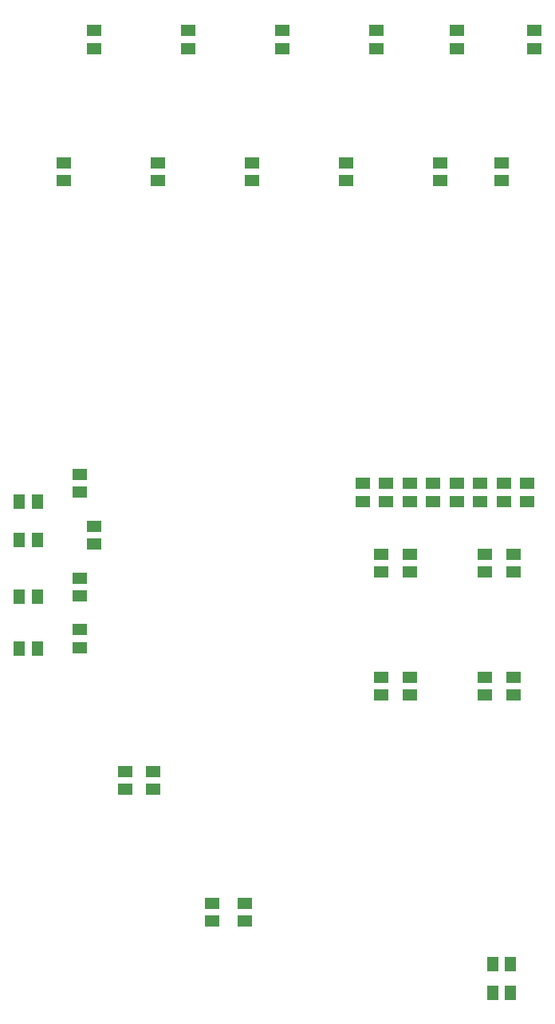
<source format=gbr>
G04 EAGLE Gerber RS-274X export*
G75*
%MOMM*%
%FSLAX34Y34*%
%LPD*%
%INSolderpaste Bottom*%
%IPPOS*%
%AMOC8*
5,1,8,0,0,1.08239X$1,22.5*%
G01*
%ADD10R,1.500000X1.300000*%
%ADD11R,1.300000X1.500000*%


D10*
X100000Y1030500D03*
X100000Y1049500D03*
X200000Y1049500D03*
X200000Y1030500D03*
X67500Y909500D03*
X67500Y890500D03*
X167500Y909500D03*
X167500Y890500D03*
X300000Y1030500D03*
X300000Y1049500D03*
X400000Y1030500D03*
X400000Y1049500D03*
X567500Y1030500D03*
X567500Y1049500D03*
X485000Y1030500D03*
X485000Y1049500D03*
X267500Y890500D03*
X267500Y909500D03*
X367500Y890500D03*
X367500Y909500D03*
X467500Y890500D03*
X467500Y909500D03*
X532500Y890500D03*
X532500Y909500D03*
X405000Y475500D03*
X405000Y494500D03*
X410000Y569500D03*
X410000Y550500D03*
X385000Y569500D03*
X385000Y550500D03*
X405000Y364500D03*
X405000Y345500D03*
X435000Y345500D03*
X435000Y364500D03*
X460000Y550500D03*
X460000Y569500D03*
X85000Y579500D03*
X85000Y560500D03*
X100000Y505500D03*
X100000Y524500D03*
X85000Y469500D03*
X85000Y450500D03*
X85000Y414500D03*
X85000Y395500D03*
D11*
X39500Y550000D03*
X20500Y550000D03*
X20500Y510000D03*
X39500Y510000D03*
X20500Y450000D03*
X39500Y450000D03*
X39500Y395000D03*
X20500Y395000D03*
D10*
X510000Y569500D03*
X510000Y550500D03*
X485000Y569500D03*
X485000Y550500D03*
X535000Y550500D03*
X535000Y569500D03*
X560000Y550500D03*
X560000Y569500D03*
X515000Y475500D03*
X515000Y494500D03*
X515000Y364500D03*
X515000Y345500D03*
X545000Y345500D03*
X545000Y364500D03*
X545000Y494500D03*
X545000Y475500D03*
X435000Y550500D03*
X435000Y569500D03*
X435000Y494500D03*
X435000Y475500D03*
X132500Y264500D03*
X132500Y245500D03*
X162500Y264500D03*
X162500Y245500D03*
D11*
X523000Y30000D03*
X542000Y30000D03*
X523000Y60000D03*
X542000Y60000D03*
D10*
X225000Y124500D03*
X225000Y105500D03*
X260000Y124500D03*
X260000Y105500D03*
M02*

</source>
